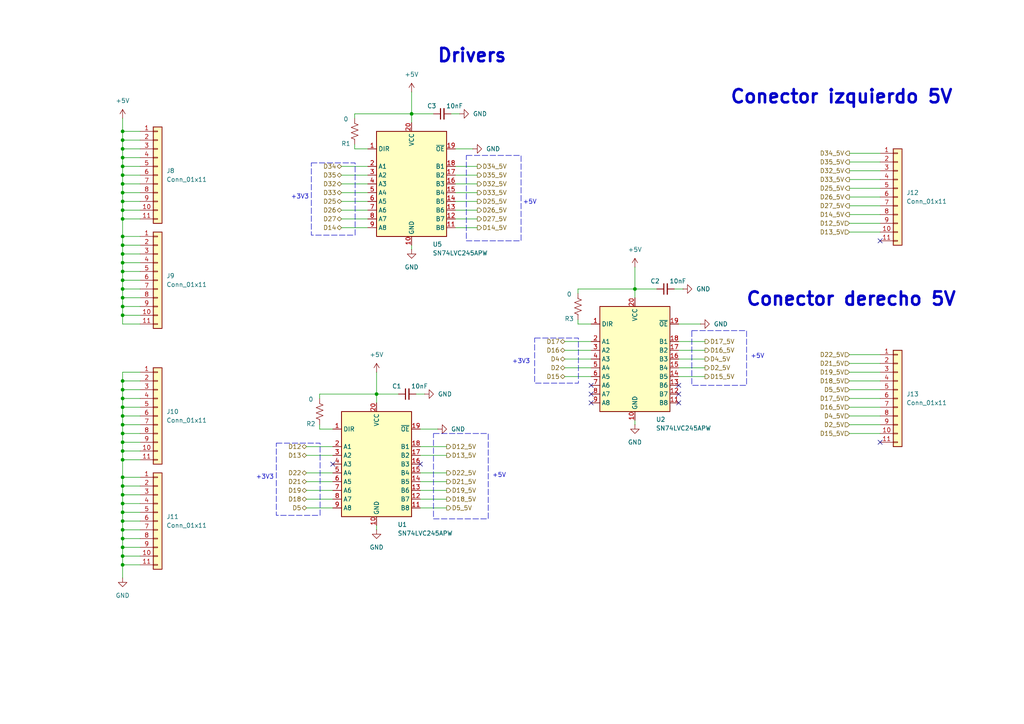
<source format=kicad_sch>
(kicad_sch (version 20250114) (generator "eeschema") (generator_version "9.0")
  (paper "A4")
  (lib_symbols
    (symbol "Connector_Generic:Conn_01x11" (pin_names (offset 1.016) (hide yes))
      (property "Reference" "J" (at 0 15.24 0))
      (property "Value" "Conn_01x11" (at 0 -15.24 0))
      (symbol "Conn_01x11_1_1"
        (rectangle (start -1.27 13.97) (end 1.27 -13.97) (stroke (width 0.254)) (fill (type background)))
        (rectangle (start -1.27 12.827) (end 0 12.573) (stroke (width 0.1524)))
        (rectangle (start -1.27 10.287) (end 0 10.033) (stroke (width 0.1524)))
        (rectangle (start -1.27 7.747) (end 0 7.493) (stroke (width 0.1524)))
        (rectangle (start -1.27 5.207) (end 0 4.953) (stroke (width 0.1524)))
        (rectangle (start -1.27 2.667) (end 0 2.413) (stroke (width 0.1524)))
        (rectangle (start -1.27 0.127) (end 0 -0.127) (stroke (width 0.1524)))
        (rectangle (start -1.27 -2.413) (end 0 -2.667) (stroke (width 0.1524)))
        (rectangle (start -1.27 -4.953) (end 0 -5.207) (stroke (width 0.1524)))
        (rectangle (start -1.27 -7.493) (end 0 -7.747) (stroke (width 0.1524)))
        (rectangle (start -1.27 -10.033) (end 0 -10.287) (stroke (width 0.1524)))
        (rectangle (start -1.27 -12.573) (end 0 -12.827) (stroke (width 0.1524)))
        (pin passive line (at -5.08 12.7 0) (length 3.81) (name "Pin_1") (number "1"))
        (pin passive line (at -5.08 10.16 0) (length 3.81) (name "Pin_2") (number "2"))
        (pin passive line (at -5.08 7.62 0) (length 3.81) (name "Pin_3") (number "3"))
        (pin passive line (at -5.08 5.08 0) (length 3.81) (name "Pin_4") (number "4"))
        (pin passive line (at -5.08 2.54 0) (length 3.81) (name "Pin_5") (number "5"))
        (pin passive line (at -5.08 0 0) (length 3.81) (name "Pin_6") (number "6"))
        (pin passive line (at -5.08 -2.54 0) (length 3.81) (name "Pin_7") (number "7"))
        (pin passive line (at -5.08 -5.08 0) (length 3.81) (name "Pin_8") (number "8"))
        (pin passive line (at -5.08 -7.62 0) (length 3.81) (name "Pin_9") (number "9"))
        (pin passive line (at -5.08 -10.16 0) (length 3.81) (name "Pin_10") (number "10"))
        (pin passive line (at -5.08 -12.7 0) (length 3.81) (name "Pin_11") (number "11"))
      )
    )
    (symbol "Device:C_Small" (pin_numbers (hide yes)) (pin_names (offset 0.254) (hide yes))
      (property "Reference" "C" (at 0.254 1.778 0))
      (property "Value" "C_Small" (at 0.254 -2.032 0))
      (symbol "C_Small_0_1"
        (polyline (pts (xy -1.524 0.508) (xy 1.524 0.508)) (stroke (width 0.3048)))
        (polyline (pts (xy -1.524 -0.508) (xy 1.524 -0.508)) (stroke (width 0.3302)))
      )
      (symbol "C_Small_1_1"
        (pin passive line (at 0 2.54 270) (length 2.032) (name "~") (number "1"))
        (pin passive line (at 0 -2.54 90) (length 2.032) (name "~") (number "2"))
      )
    )
    (symbol "Device:R_US" (pin_numbers (hide yes)) (pin_names (offset 0))
      (property "Reference" "R" (at 2.54 0 90))
      (property "Value" "R_US" (at -2.54 0 90))
      (symbol "R_US_0_1"
        (polyline (pts (xy 0 2.286) (xy 0 2.54)))
        (polyline (pts (xy 0 2.286) (xy 1.016 1.905) (xy 0 1.524) (xy -1.016 1.143) (xy 0 0.762)))
        (polyline (pts (xy 0 0.762) (xy 1.016 0.381) (xy 0 0) (xy -1.016 -0.381) (xy 0 -0.762)))
        (polyline (pts (xy 0 -0.762) (xy 1.016 -1.143) (xy 0 -1.524) (xy -1.016 -1.905) (xy 0 -2.286)))
        (polyline (pts (xy 0 -2.286) (xy 0 -2.54)))
      )
      (symbol "R_US_1_1"
        (pin passive line (at 0 3.81 270) (length 1.27) (name "~") (number "1"))
        (pin passive line (at 0 -3.81 90) (length 1.27) (name "~") (number "2"))
      )
    )
    (symbol "Logic_LevelTranslator:SN74LVC245APW"
      (property "Reference" "U" (at -10.16 17.78 0))
      (property "Value" "SN74LVC245APW" (at 10.16 17.78 0))
      (symbol "SN74LVC245APW_0_1"
        (rectangle (start -10.16 15.24) (end 10.16 -15.24) (stroke (width 0.254)) (fill (type background)))
      )
      (symbol "SN74LVC245APW_1_1"
        (pin input line (at -12.7 10.16 0) (length 2.54) (name "DIR") (number "1"))
        (pin bidirectional line (at -12.7 5.08 0) (length 2.54) (name "A1") (number "2"))
        (pin bidirectional line (at -12.7 2.54 0) (length 2.54) (name "A2") (number "3"))
        (pin bidirectional line (at -12.7 0 0) (length 2.54) (name "A3") (number "4"))
        (pin bidirectional line (at -12.7 -2.54 0) (length 2.54) (name "A4") (number "5"))
        (pin bidirectional line (at -12.7 -5.08 0) (length 2.54) (name "A5") (number "6"))
        (pin bidirectional line (at -12.7 -7.62 0) (length 2.54) (name "A6") (number "7"))
        (pin bidirectional line (at -12.7 -10.16 0) (length 2.54) (name "A7") (number "8"))
        (pin bidirectional line (at -12.7 -12.7 0) (length 2.54) (name "A8") (number "9"))
        (pin power_in line (at 0 17.78 270) (length 2.54) (name "VCC") (number "20"))
        (pin power_in line (at 0 -17.78 90) (length 2.54) (name "GND") (number "10"))
        (pin input line (at 12.7 10.16 180) (length 2.54) (name "~{OE}") (number "19"))
        (pin bidirectional line (at 12.7 5.08 180) (length 2.54) (name "B1") (number "18"))
        (pin bidirectional line (at 12.7 2.54 180) (length 2.54) (name "B2") (number "17"))
        (pin bidirectional line (at 12.7 0 180) (length 2.54) (name "B3") (number "16"))
        (pin bidirectional line (at 12.7 -2.54 180) (length 2.54) (name "B4") (number "15"))
        (pin bidirectional line (at 12.7 -5.08 180) (length 2.54) (name "B5") (number "14"))
        (pin bidirectional line (at 12.7 -7.62 180) (length 2.54) (name "B6") (number "13"))
        (pin bidirectional line (at 12.7 -10.16 180) (length 2.54) (name "B7") (number "12"))
        (pin bidirectional line (at 12.7 -12.7 180) (length 2.54) (name "B8") (number "11"))
      )
    )
    (symbol "power:+5V" (power) (pin_numbers (hide yes)) (pin_names (offset 0) (hide yes))
      (property "Value" "+5V" (at 0 3.556 0))
      (symbol "+5V_0_1"
        (polyline (pts (xy -0.762 1.27) (xy 0 2.54)))
        (polyline (pts (xy 0 2.54) (xy 0.762 1.27)))
        (polyline (pts (xy 0 0) (xy 0 2.54)))
      )
      (symbol "+5V_1_1"
        (pin power_in line (at 0 0 90) (length 0) (name "~") (number "1"))
      )
    )
    (symbol "power:GND" (power) (pin_numbers (hide yes)) (pin_names (offset 0) (hide yes))
      (property "Value" "GND" (at 0 -3.81 0))
      (symbol "GND_0_1"
        (polyline (pts (xy 0 0) (xy 0 -1.27) (xy 1.27 -1.27) (xy 0 -2.54) (xy -1.27 -1.27) (xy 0 -1.27)))
      )
      (symbol "GND_1_1"
        (pin power_in line (at 0 0 270) (length 0) (name "~") (number "1"))
      )
    )
  )
  (rectangle (start 80.137 128.524) (end 92.837 149.479) (stroke (width 0) (type dash)))
  (rectangle (start 200.66 95.885) (end 216.535 111.76) (stroke (width 0) (type dash)))
  (rectangle (start 135.255 45.085) (end 151.13 69.85) (stroke (width 0) (type dash)))
  (rectangle (start 155.067 98.044) (end 167.767 111.125) (stroke (width 0) (type dash)))
  (rectangle (start 125.73 125.73) (end 141.605 150.495) (stroke (width 0) (type dash)))
  (rectangle (start 90.297 47.244) (end 102.997 68.199) (stroke (width 0) (type dash)))
  (text "Conector izquierdo 5V" (at 244.094 28.194 0) (effects (font (size 3.81 3.81) (thickness 0.762) (bold yes))))
  (text "+5V" (at 153.67 58.674 0) (effects (font (size 1.27 1.27))))
  (text "+3V3" (at 76.835 138.43 0) (effects (font (size 1.27 1.27))))
  (text "Conector derecho 5V" (at 246.888 86.868 0) (effects (font (size 3.81 3.81) (thickness 0.762) (bold yes))))
  (text "+5V" (at 144.78 137.922 0) (effects (font (size 1.27 1.27))))
  (text "+3V3" (at 86.995 57.15 0) (effects (font (size 1.27 1.27))))
  (text "Drivers" (at 136.906 16.256 0) (effects (font (size 3.81 3.81) (thickness 0.762) (bold yes))))
  (text "+3V3" (at 151.13 104.902 0) (effects (font (size 1.27 1.27))))
  (text "+5V" (at 219.71 103.378 0) (effects (font (size 1.27 1.27))))
  (junction (at 35.56 50.8))
  (junction (at 35.56 151.13))
  (junction (at 35.56 78.74))
  (junction (at 35.56 146.05))
  (junction (at 35.56 53.34))
  (junction (at 35.56 110.49))
  (junction (at 35.56 123.19))
  (junction (at 35.56 76.2))
  (junction (at 35.56 40.64))
  (junction (at 35.56 60.96))
  (junction (at 35.56 38.1))
  (junction (at 35.56 63.5))
  (junction (at 35.56 138.43))
  (junction (at 35.56 128.27))
  (junction (at 35.56 161.29))
  (junction (at 35.56 143.51))
  (junction (at 35.56 153.67))
  (junction (at 35.56 88.9))
  (junction (at 35.56 158.75))
  (junction (at 35.56 115.57))
  (junction (at 35.56 68.58))
  (junction (at 35.56 118.11))
  (junction (at 35.56 55.88))
  (junction (at 35.56 148.59))
  (junction (at 119.38 33.02))
  (junction (at 109.22 114.3))
  (junction (at 35.56 81.28))
  (junction (at 35.56 133.35))
  (junction (at 35.56 86.36))
  (junction (at 35.56 45.72))
  (junction (at 35.56 156.21))
  (junction (at 35.56 130.81))
  (junction (at 35.56 71.12))
  (junction (at 35.56 113.03))
  (junction (at 35.56 120.65))
  (junction (at 35.56 91.44))
  (junction (at 35.56 73.66))
  (junction (at 35.56 48.26))
  (junction (at 35.56 43.18))
  (junction (at 184.15 83.82))
  (junction (at 35.56 83.82))
  (junction (at 35.56 163.83))
  (junction (at 35.56 140.97))
  (junction (at 35.56 58.42))
  (junction (at 35.56 125.73))
  (no_connect (at 196.85 111.76))
  (no_connect (at 96.52 134.62))
  (no_connect (at 196.85 114.3))
  (no_connect (at 171.45 114.3))
  (no_connect (at 171.45 111.76))
  (no_connect (at 255.27 128.27))
  (no_connect (at 121.92 134.62))
  (no_connect (at 255.27 69.85))
  (no_connect (at 196.85 116.84))
  (no_connect (at 171.45 116.84))
  (wire (pts (xy 171.45 106.68) (xy 163.83 106.68)))
  (wire (pts (xy 184.15 83.82) (xy 190.5 83.82)))
  (wire (pts (xy 35.56 71.12) (xy 35.56 68.58)))
  (wire (pts (xy 246.38 115.57) (xy 255.27 115.57)))
  (wire (pts (xy 35.56 83.82) (xy 35.56 81.28)))
  (wire (pts (xy 35.56 161.29) (xy 40.64 161.29)))
  (wire (pts (xy 35.56 113.03) (xy 35.56 115.57)))
  (wire (pts (xy 35.56 130.81) (xy 35.56 133.35)))
  (wire (pts (xy 35.56 107.95) (xy 40.64 107.95)))
  (wire (pts (xy 92.71 123.19) (xy 92.71 124.46)))
  (wire (pts (xy 35.56 110.49) (xy 35.56 113.03)))
  (wire (pts (xy 35.56 161.29) (xy 35.56 163.83)))
  (wire (pts (xy 35.56 107.95) (xy 35.56 110.49)))
  (wire (pts (xy 88.9 139.7) (xy 96.52 139.7)))
  (wire (pts (xy 132.08 43.18) (xy 137.16 43.18)))
  (wire (pts (xy 109.22 114.3) (xy 109.22 116.84)))
  (wire (pts (xy 35.56 88.9) (xy 35.56 86.36)))
  (wire (pts (xy 40.64 81.28) (xy 35.56 81.28)))
  (wire (pts (xy 167.64 92.71) (xy 167.64 93.98)))
  (wire (pts (xy 35.56 120.65) (xy 35.56 123.19)))
  (wire (pts (xy 138.43 60.96) (xy 132.08 60.96)))
  (wire (pts (xy 129.54 144.78) (xy 121.92 144.78)))
  (wire (pts (xy 106.68 43.18) (xy 102.87 43.18)))
  (wire (pts (xy 171.45 109.22) (xy 163.83 109.22)))
  (wire (pts (xy 109.22 107.95) (xy 109.22 114.3)))
  (wire (pts (xy 35.56 118.11) (xy 35.56 120.65)))
  (wire (pts (xy 35.56 148.59) (xy 40.64 148.59)))
  (wire (pts (xy 196.85 93.98) (xy 203.2 93.98)))
  (wire (pts (xy 35.56 156.21) (xy 35.56 158.75)))
  (wire (pts (xy 40.64 63.5) (xy 35.56 63.5)))
  (wire (pts (xy 35.56 86.36) (xy 35.56 83.82)))
  (wire (pts (xy 35.56 53.34) (xy 35.56 50.8)))
  (wire (pts (xy 102.87 41.91) (xy 102.87 43.18)))
  (wire (pts (xy 171.45 104.14) (xy 163.83 104.14)))
  (wire (pts (xy 246.38 59.69) (xy 255.27 59.69)))
  (wire (pts (xy 35.56 120.65) (xy 40.64 120.65)))
  (wire (pts (xy 102.87 33.02) (xy 119.38 33.02)))
  (wire (pts (xy 35.56 45.72) (xy 35.56 43.18)))
  (wire (pts (xy 35.56 38.1) (xy 35.56 34.29)))
  (wire (pts (xy 92.71 114.3) (xy 109.22 114.3)))
  (wire (pts (xy 35.56 156.21) (xy 40.64 156.21)))
  (wire (pts (xy 40.64 88.9) (xy 35.56 88.9)))
  (wire (pts (xy 119.38 26.67) (xy 119.38 33.02)))
  (wire (pts (xy 40.64 43.18) (xy 35.56 43.18)))
  (wire (pts (xy 106.68 50.8) (xy 99.06 50.8)))
  (wire (pts (xy 119.38 33.02) (xy 119.38 35.56)))
  (wire (pts (xy 184.15 77.47) (xy 184.15 83.82)))
  (wire (pts (xy 35.56 143.51) (xy 40.64 143.51)))
  (wire (pts (xy 246.38 46.99) (xy 255.27 46.99)))
  (wire (pts (xy 35.56 58.42) (xy 35.56 55.88)))
  (wire (pts (xy 129.54 139.7) (xy 121.92 139.7)))
  (wire (pts (xy 35.56 158.75) (xy 40.64 158.75)))
  (wire (pts (xy 138.43 48.26) (xy 132.08 48.26)))
  (wire (pts (xy 121.92 124.46) (xy 127 124.46)))
  (wire (pts (xy 102.87 33.02) (xy 102.87 34.29)))
  (wire (pts (xy 184.15 83.82) (xy 184.15 86.36)))
  (wire (pts (xy 35.56 93.98) (xy 35.56 91.44)))
  (wire (pts (xy 167.64 83.82) (xy 184.15 83.82)))
  (wire (pts (xy 35.56 153.67) (xy 35.56 156.21)))
  (wire (pts (xy 106.68 63.5) (xy 99.06 63.5)))
  (wire (pts (xy 246.38 62.23) (xy 255.27 62.23)))
  (wire (pts (xy 40.64 91.44) (xy 35.56 91.44)))
  (wire (pts (xy 35.56 125.73) (xy 35.56 128.27)))
  (wire (pts (xy 96.52 132.08) (xy 88.9 132.08)))
  (wire (pts (xy 96.52 129.54) (xy 88.9 129.54)))
  (wire (pts (xy 35.56 128.27) (xy 35.56 130.81)))
  (wire (pts (xy 35.56 146.05) (xy 35.56 148.59)))
  (wire (pts (xy 171.45 93.98) (xy 167.64 93.98)))
  (wire (pts (xy 246.38 64.77) (xy 255.27 64.77)))
  (wire (pts (xy 35.56 140.97) (xy 40.64 140.97)))
  (wire (pts (xy 40.64 71.12) (xy 35.56 71.12)))
  (wire (pts (xy 96.52 124.46) (xy 92.71 124.46)))
  (wire (pts (xy 246.38 57.15) (xy 255.27 57.15)))
  (wire (pts (xy 121.92 132.08) (xy 129.54 132.08)))
  (wire (pts (xy 40.64 38.1) (xy 35.56 38.1)))
  (wire (pts (xy 35.56 60.96) (xy 35.56 58.42)))
  (wire (pts (xy 35.56 113.03) (xy 40.64 113.03)))
  (wire (pts (xy 35.56 140.97) (xy 35.56 143.51)))
  (wire (pts (xy 35.56 43.18) (xy 35.56 40.64)))
  (wire (pts (xy 35.56 91.44) (xy 35.56 88.9)))
  (wire (pts (xy 35.56 115.57) (xy 40.64 115.57)))
  (wire (pts (xy 40.64 83.82) (xy 35.56 83.82)))
  (wire (pts (xy 35.56 133.35) (xy 35.56 138.43)))
  (wire (pts (xy 119.38 72.39) (xy 119.38 71.12)))
  (wire (pts (xy 35.56 73.66) (xy 35.56 71.12)))
  (wire (pts (xy 171.45 99.06) (xy 163.83 99.06)))
  (wire (pts (xy 40.64 76.2) (xy 35.56 76.2)))
  (wire (pts (xy 167.64 83.82) (xy 167.64 85.09)))
  (wire (pts (xy 35.56 50.8) (xy 35.56 48.26)))
  (wire (pts (xy 196.85 109.22) (xy 204.47 109.22)))
  (wire (pts (xy 119.38 33.02) (xy 125.73 33.02)))
  (wire (pts (xy 129.54 142.24) (xy 121.92 142.24)))
  (wire (pts (xy 35.56 133.35) (xy 40.64 133.35)))
  (wire (pts (xy 35.56 76.2) (xy 35.56 73.66)))
  (wire (pts (xy 35.56 48.26) (xy 35.56 45.72)))
  (wire (pts (xy 246.38 102.87) (xy 255.27 102.87)))
  (wire (pts (xy 35.56 123.19) (xy 40.64 123.19)))
  (wire (pts (xy 40.64 55.88) (xy 35.56 55.88)))
  (wire (pts (xy 35.56 163.83) (xy 40.64 163.83)))
  (wire (pts (xy 35.56 153.67) (xy 40.64 153.67)))
  (wire (pts (xy 35.56 143.51) (xy 35.56 146.05)))
  (wire (pts (xy 35.56 146.05) (xy 40.64 146.05)))
  (wire (pts (xy 40.64 60.96) (xy 35.56 60.96)))
  (wire (pts (xy 246.38 110.49) (xy 255.27 110.49)))
  (wire (pts (xy 35.56 138.43) (xy 35.56 140.97)))
  (wire (pts (xy 35.56 81.28) (xy 35.56 78.74)))
  (wire (pts (xy 246.38 54.61) (xy 255.27 54.61)))
  (wire (pts (xy 40.64 93.98) (xy 35.56 93.98)))
  (wire (pts (xy 88.9 147.32) (xy 96.52 147.32)))
  (wire (pts (xy 138.43 50.8) (xy 132.08 50.8)))
  (wire (pts (xy 196.85 104.14) (xy 204.47 104.14)))
  (wire (pts (xy 129.54 147.32) (xy 121.92 147.32)))
  (wire (pts (xy 35.56 128.27) (xy 40.64 128.27)))
  (wire (pts (xy 35.56 115.57) (xy 35.56 118.11)))
  (wire (pts (xy 35.56 138.43) (xy 40.64 138.43)))
  (wire (pts (xy 246.38 123.19) (xy 255.27 123.19)))
  (wire (pts (xy 246.38 120.65) (xy 255.27 120.65)))
  (wire (pts (xy 35.56 148.59) (xy 35.56 151.13)))
  (wire (pts (xy 40.64 40.64) (xy 35.56 40.64)))
  (wire (pts (xy 138.43 63.5) (xy 132.08 63.5)))
  (wire (pts (xy 138.43 53.34) (xy 132.08 53.34)))
  (wire (pts (xy 106.68 66.04) (xy 99.06 66.04)))
  (wire (pts (xy 88.9 137.16) (xy 96.52 137.16)))
  (wire (pts (xy 106.68 55.88) (xy 99.06 55.88)))
  (wire (pts (xy 246.38 125.73) (xy 255.27 125.73)))
  (wire (pts (xy 35.56 55.88) (xy 35.56 53.34)))
  (wire (pts (xy 184.15 123.19) (xy 184.15 121.92)))
  (wire (pts (xy 246.38 118.11) (xy 255.27 118.11)))
  (wire (pts (xy 109.22 114.3) (xy 115.57 114.3)))
  (wire (pts (xy 92.71 114.3) (xy 92.71 115.57)))
  (wire (pts (xy 121.92 129.54) (xy 129.54 129.54)))
  (wire (pts (xy 40.64 73.66) (xy 35.56 73.66)))
  (wire (pts (xy 196.85 99.06) (xy 204.47 99.06)))
  (wire (pts (xy 35.56 151.13) (xy 35.56 153.67)))
  (wire (pts (xy 246.38 107.95) (xy 255.27 107.95)))
  (wire (pts (xy 138.43 66.04) (xy 132.08 66.04)))
  (wire (pts (xy 35.56 68.58) (xy 35.56 63.5)))
  (wire (pts (xy 88.9 142.24) (xy 96.52 142.24)))
  (wire (pts (xy 88.9 144.78) (xy 96.52 144.78)))
  (wire (pts (xy 246.38 67.31) (xy 255.27 67.31)))
  (wire (pts (xy 106.68 58.42) (xy 99.06 58.42)))
  (wire (pts (xy 109.22 153.67) (xy 109.22 152.4)))
  (wire (pts (xy 35.56 151.13) (xy 40.64 151.13)))
  (wire (pts (xy 196.85 106.68) (xy 204.47 106.68)))
  (wire (pts (xy 246.38 49.53) (xy 255.27 49.53)))
  (wire (pts (xy 35.56 130.81) (xy 40.64 130.81)))
  (wire (pts (xy 198.12 83.82) (xy 195.58 83.82)))
  (wire (pts (xy 35.56 118.11) (xy 40.64 118.11)))
  (wire (pts (xy 35.56 163.83) (xy 35.56 167.64)))
  (wire (pts (xy 129.54 137.16) (xy 121.92 137.16)))
  (wire (pts (xy 171.45 101.6) (xy 163.83 101.6)))
  (wire (pts (xy 35.56 158.75) (xy 35.56 161.29)))
  (wire (pts (xy 40.64 86.36) (xy 35.56 86.36)))
  (wire (pts (xy 138.43 55.88) (xy 132.08 55.88)))
  (wire (pts (xy 35.56 125.73) (xy 40.64 125.73)))
  (wire (pts (xy 40.64 53.34) (xy 35.56 53.34)))
  (wire (pts (xy 35.56 40.64) (xy 35.56 38.1)))
  (wire (pts (xy 196.85 101.6) (xy 204.47 101.6)))
  (wire (pts (xy 40.64 48.26) (xy 35.56 48.26)))
  (wire (pts (xy 40.64 68.58) (xy 35.56 68.58)))
  (wire (pts (xy 123.19 114.3) (xy 120.65 114.3)))
  (wire (pts (xy 35.56 123.19) (xy 35.56 125.73)))
  (wire (pts (xy 106.68 48.26) (xy 99.06 48.26)))
  (wire (pts (xy 40.64 58.42) (xy 35.56 58.42)))
  (wire (pts (xy 40.64 78.74) (xy 35.56 78.74)))
  (wire (pts (xy 106.68 60.96) (xy 99.06 60.96)))
  (wire (pts (xy 246.38 52.07) (xy 255.27 52.07)))
  (wire (pts (xy 35.56 78.74) (xy 35.56 76.2)))
  (wire (pts (xy 246.38 113.03) (xy 255.27 113.03)))
  (wire (pts (xy 40.64 50.8) (xy 35.56 50.8)))
  (wire (pts (xy 133.35 33.02) (xy 130.81 33.02)))
  (wire (pts (xy 246.38 44.45) (xy 255.27 44.45)))
  (wire (pts (xy 40.64 45.72) (xy 35.56 45.72)))
  (wire (pts (xy 138.43 58.42) (xy 132.08 58.42)))
  (wire (pts (xy 106.68 53.34) (xy 99.06 53.34)))
  (wire (pts (xy 35.56 63.5) (xy 35.56 60.96)))
  (wire (pts (xy 35.56 110.49) (xy 40.64 110.49)))
  (wire (pts (xy 246.38 105.41) (xy 255.27 105.41)))
  (hierarchical_label "D22_5V" (shape input) (at 246.38 102.87 180))
  (hierarchical_label "D5" (shape bidirectional) (at 88.9 147.32 180))
  (hierarchical_label "D19" (shape bidirectional) (at 88.9 142.24 180))
  (hierarchical_label "D18_5V" (shape output) (at 129.54 144.78 0))
  (hierarchical_label "D17_5V" (shape input) (at 246.38 115.57 180))
  (hierarchical_label "D12_5V" (shape output) (at 129.54 129.54 0))
  (hierarchical_label "D16_5V" (shape output) (at 204.47 101.6 0))
  (hierarchical_label "D35_5V" (shape output) (at 246.38 46.99 180))
  (hierarchical_label "D5_5V" (shape input) (at 246.38 113.03 180))
  (hierarchical_label "D32_5V" (shape output) (at 138.43 53.34 0))
  (hierarchical_label "D34_5V" (shape output) (at 246.38 44.45 180))
  (hierarchical_label "D14_5V" (shape output) (at 246.38 62.23 180))
  (hierarchical_label "D12" (shape bidirectional) (at 88.9 129.54 180))
  (hierarchical_label "D27_5V" (shape output) (at 246.38 59.69 180))
  (hierarchical_label "D17_5V" (shape output) (at 204.47 99.06 0))
  (hierarchical_label "D34" (shape bidirectional) (at 99.06 48.26 180))
  (hierarchical_label "D33_5V" (shape output) (at 246.38 52.07 180))
  (hierarchical_label "D26_5V" (shape output) (at 138.43 60.96 0))
  (hierarchical_label "D34_5V" (shape output) (at 138.43 48.26 0))
  (hierarchical_label "D21" (shape bidirectional) (at 88.9 139.7 180))
  (hierarchical_label "D13_5V" (shape input) (at 246.38 67.31 180))
  (hierarchical_label "D25_5V" (shape output) (at 246.38 54.61 180))
  (hierarchical_label "D32_5V" (shape output) (at 246.38 49.53 180))
  (hierarchical_label "D16_5V" (shape input) (at 246.38 118.11 180))
  (hierarchical_label "D35_5V" (shape output) (at 138.43 50.8 0))
  (hierarchical_label "D17" (shape bidirectional) (at 163.83 99.06 180))
  (hierarchical_label "D15" (shape bidirectional) (at 163.83 109.22 180))
  (hierarchical_label "D2_5V" (shape output) (at 204.47 106.68 0))
  (hierarchical_label "D33" (shape bidirectional) (at 99.06 55.88 180))
  (hierarchical_label "D21_5V" (shape input) (at 246.38 105.41 180))
  (hierarchical_label "D27" (shape bidirectional) (at 99.06 63.5 180))
  (hierarchical_label "D4" (shape bidirectional) (at 163.83 104.14 180))
  (hierarchical_label "D26" (shape bidirectional) (at 99.06 60.96 180))
  (hierarchical_label "D5_5V" (shape output) (at 129.54 147.32 0))
  (hierarchical_label "D15_5V" (shape input) (at 246.38 125.73 180))
  (hierarchical_label "D12_5V" (shape input) (at 246.38 64.77 180))
  (hierarchical_label "D16" (shape bidirectional) (at 163.83 101.6 180))
  (hierarchical_label "D13_5V" (shape output) (at 129.54 132.08 0))
  (hierarchical_label "D13" (shape bidirectional) (at 88.9 132.08 180))
  (hierarchical_label "D25_5V" (shape output) (at 138.43 58.42 0))
  (hierarchical_label "D2" (shape bidirectional) (at 163.83 106.68 180))
  (hierarchical_label "D22" (shape bidirectional) (at 88.9 137.16 180))
  (hierarchical_label "D25" (shape bidirectional) (at 99.06 58.42 180))
  (hierarchical_label "D21_5V" (shape output) (at 129.54 139.7 0))
  (hierarchical_label "D15_5V" (shape output) (at 204.47 109.22 0))
  (hierarchical_label "D19_5V" (shape input) (at 246.38 107.95 180))
  (hierarchical_label "D33_5V" (shape output) (at 138.43 55.88 0))
  (hierarchical_label "D4_5V" (shape input) (at 246.38 120.65 180))
  (hierarchical_label "D4_5V" (shape output) (at 204.47 104.14 0))
  (hierarchical_label "D19_5V" (shape output) (at 129.54 142.24 0))
  (hierarchical_label "D18" (shape bidirectional) (at 88.9 144.78 180))
  (hierarchical_label "D26_5V" (shape output) (at 246.38 57.15 180))
  (hierarchical_label "D14" (shape bidirectional) (at 99.06 66.04 180))
  (hierarchical_label "D22_5V" (shape output) (at 129.54 137.16 0))
  (hierarchical_label "D18_5V" (shape input) (at 246.38 110.49 180))
  (hierarchical_label "D35" (shape bidirectional) (at 99.06 50.8 180))
  (hierarchical_label "D2_5V" (shape input) (at 246.38 123.19 180))
  (hierarchical_label "D27_5V" (shape output) (at 138.43 63.5 0))
  (hierarchical_label "D32" (shape bidirectional) (at 99.06 53.34 180))
  (hierarchical_label "D14_5V" (shape output) (at 138.43 66.04 0))
  (symbol (lib_id "power:GND") (at 119.38 72.39 0) (unit 1)
    (property "Reference" "#PWR08" (effects (hide yes)))
    (property "Value" "GND" (at 119.38 77.47 0))
    (property "Description" "Power symbol creates a global label with name \"GND\" , ground" (effects (hide yes)))
  )
  (symbol (lib_id "Device:R_US") (at 167.64 88.9 180) (unit 1)
    (property "Reference" "R3" (at 165.1 92.456 0))
    (property "Value" "0" (at 165.1 85.344 0))
    (property "Footprint" "Resistor_SMD:R_0402_1005Metric" (effects (hide yes)))
    (property "Description" "Resistor, US symbol" (effects (hide yes)))
  )
  (symbol (lib_id "power:GND") (at 127 124.46 90) (unit 1)
    (property "Reference" "#PWR012" (effects (hide yes)))
    (property "Value" "GND" (at 130.81 124.4599 90) (effects (justify right)))
    (property "Description" "Power symbol creates a global label with name \"GND\" , ground" (effects (hide yes)))
  )
  (symbol (lib_id "power:GND") (at 198.12 83.82 90) (unit 1)
    (property "Reference" "#PWR015" (effects (hide yes)))
    (property "Value" "GND" (at 201.93 83.8199 90) (effects (justify right)))
    (property "Description" "Power symbol creates a global label with name \"GND\" , ground" (effects (hide yes)))
  )
  (symbol (lib_id "power:GND") (at 35.56 167.64 0) (unit 1)
    (property "Reference" "#PWR07" (effects (hide yes)))
    (property "Value" "GND" (at 35.56 172.72 0))
    (property "Description" "Power symbol creates a global label with name \"GND\" , ground" (effects (hide yes)))
  )
  (symbol (lib_id "power:GND") (at 109.22 153.67 0) (unit 1)
    (property "Reference" "#PWR010" (effects (hide yes)))
    (property "Value" "GND" (at 109.22 158.75 0))
    (property "Description" "Power symbol creates a global label with name \"GND\" , ground" (effects (hide yes)))
  )
  (symbol (lib_id "Logic_LevelTranslator:SN74LVC245APW") (at 119.38 53.34 0) (unit 1)
    (property "Reference" "U5" (at 125.476 70.866 0) (effects (justify left)))
    (property "Value" "SN74LVC245APW" (at 125.476 73.406 0) (effects (justify left)))
    (property "Footprint" "Package_SO:TSSOP-20_4.4x6.5mm_P0.65mm" (effects (hide yes)))
    (property "Datasheet" "https://www.ti.com/lit/ds/scas218x/scas218x.pdf" (effects (hide yes)))
    (property "Description" "8-Bit Single-Supply Bus Transceiver With 5V tolerant input voltage and 3-State Outputs 24mA, TSSOP-20" (effects (hide yes)))
  )
  (symbol (lib_id "Device:C_Small") (at 193.04 83.82 90) (unit 1)
    (property "Reference" "C2" (at 189.992 81.534 90))
    (property "Value" "10nF" (at 196.596 81.534 90))
    (property "Footprint" "Capacitor_SMD:C_0402_1005Metric" (effects (hide yes)))
    (property "Description" "Unpolarized capacitor, small symbol" (effects (hide yes)))
  )
  (symbol (lib_id "power:GND") (at 123.19 114.3 90) (unit 1)
    (property "Reference" "#PWR011" (effects (hide yes)))
    (property "Value" "GND" (at 127 114.2999 90) (effects (justify right)))
    (property "Description" "Power symbol creates a global label with name \"GND\" , ground" (effects (hide yes)))
  )
  (symbol (lib_id "power:GND") (at 184.15 123.19 0) (unit 1)
    (property "Reference" "#PWR014" (effects (hide yes)))
    (property "Value" "GND" (at 184.15 128.27 0))
    (property "Description" "Power symbol creates a global label with name \"GND\" , ground" (effects (hide yes)))
  )
  (symbol (lib_id "power:+5V") (at 109.22 107.95 0) (unit 1)
    (property "Reference" "#PWR09" (effects (hide yes)))
    (property "Value" "+5V" (at 109.22 102.87 0))
    (property "Description" "Power symbol creates a global label with name \"+5V\"" (effects (hide yes)))
  )
  (symbol (lib_id "power:GND") (at 137.16 43.18 90) (unit 1)
    (property "Reference" "#PWR035" (effects (hide yes)))
    (property "Value" "GND" (at 140.97 43.1799 90) (effects (justify right)))
    (property "Description" "Power symbol creates a global label with name \"GND\" , ground" (effects (hide yes)))
  )
  (symbol (lib_id "power:+5V") (at 119.38 26.67 0) (unit 1)
    (property "Reference" "#PWR036" (effects (hide yes)))
    (property "Value" "+5V" (at 119.38 21.59 0))
    (property "Description" "Power symbol creates a global label with name \"+5V\"" (effects (hide yes)))
  )
  (symbol (lib_id "power:+5V") (at 184.15 77.47 0) (unit 1)
    (property "Reference" "#PWR013" (effects (hide yes)))
    (property "Value" "+5V" (at 184.15 72.39 0))
    (property "Description" "Power symbol creates a global label with name \"+5V\"" (effects (hide yes)))
  )
  (symbol (lib_id "Device:C_Small") (at 128.27 33.02 90) (unit 1)
    (property "Reference" "C3" (at 125.222 30.734 90))
    (property "Value" "10nF" (at 131.826 30.734 90))
    (property "Footprint" "Capacitor_SMD:C_0402_1005Metric" (effects (hide yes)))
    (property "Description" "Unpolarized capacitor, small symbol" (effects (hide yes)))
  )
  (symbol (lib_id "Connector_Generic:Conn_01x11") (at 45.72 151.13 0) (unit 1)
    (property "Reference" "J11" (at 48.26 149.8599 0) (effects (justify left)))
    (property "Value" "Conn_01x11" (at 48.26 152.3999 0) (effects (justify left)))
    (property "Footprint" "Connector_PinHeader_2.54mm:PinHeader_1x11_P2.54mm_Vertical" (effects (hide yes)))
    (property "Description" "Generic connector, single row, 01x11, script generated (kicad-library-utils/schlib/autogen/connector/)" (effects (hide yes)))
  )
  (symbol (lib_id "Connector_Generic:Conn_01x11") (at 260.35 57.15 0) (unit 1)
    (property "Reference" "J12" (at 262.89 55.8799 0) (effects (justify left)))
    (property "Value" "Conn_01x11" (at 262.89 58.4199 0) (effects (justify left)))
    (property "Footprint" "Connector_PinHeader_2.54mm:PinHeader_1x11_P2.54mm_Vertical" (effects (hide yes)))
    (property "Description" "Generic connector, single row, 01x11, script generated (kicad-library-utils/schlib/autogen/connector/)" (effects (hide yes)))
  )
  (symbol (lib_id "Logic_LevelTranslator:SN74LVC245APW") (at 184.15 104.14 0) (unit 1)
    (property "Reference" "U2" (at 190.246 121.666 0) (effects (justify left)))
    (property "Value" "SN74LVC245APW" (at 190.246 124.206 0) (effects (justify left)))
    (property "Footprint" "Package_SO:TSSOP-20_4.4x6.5mm_P0.65mm" (effects (hide yes)))
    (property "Datasheet" "https://www.ti.com/lit/ds/scas218x/scas218x.pdf" (effects (hide yes)))
    (property "Description" "8-Bit Single-Supply Bus Transceiver With 5V tolerant input voltage and 3-State Outputs 24mA, TSSOP-20" (effects (hide yes)))
  )
  (symbol (lib_id "power:+5V") (at 35.56 34.29 0) (unit 1)
    (property "Reference" "#PWR06" (effects (hide yes)))
    (property "Value" "+5V" (at 35.56 29.21 0))
    (property "Description" "Power symbol creates a global label with name \"+5V\"" (effects (hide yes)))
  )
  (symbol (lib_id "Connector_Generic:Conn_01x11") (at 45.72 50.8 0) (unit 1)
    (property "Reference" "J8" (at 48.26 49.5299 0) (effects (justify left)))
    (property "Value" "Conn_01x11" (at 48.26 52.0699 0) (effects (justify left)))
    (property "Footprint" "Connector_PinHeader_2.54mm:PinHeader_1x11_P2.54mm_Vertical" (effects (hide yes)))
    (property "Description" "Generic connector, single row, 01x11, script generated (kicad-library-utils/schlib/autogen/connector/)" (effects (hide yes)))
  )
  (symbol (lib_id "Logic_LevelTranslator:SN74LVC245APW") (at 109.22 134.62 0) (unit 1)
    (property "Reference" "U1" (at 115.316 152.146 0) (effects (justify left)))
    (property "Value" "SN74LVC245APW" (at 115.316 154.686 0) (effects (justify left)))
    (property "Footprint" "Package_SO:TSSOP-20_4.4x6.5mm_P0.65mm" (effects (hide yes)))
    (property "Datasheet" "https://www.ti.com/lit/ds/scas218x/scas218x.pdf" (effects (hide yes)))
    (property "Description" "8-Bit Single-Supply Bus Transceiver With 5V tolerant input voltage and 3-State Outputs 24mA, TSSOP-20" (effects (hide yes)))
  )
  (symbol (lib_id "Connector_Generic:Conn_01x11") (at 45.72 120.65 0) (unit 1)
    (property "Reference" "J10" (at 48.26 119.3799 0) (effects (justify left)))
    (property "Value" "Conn_01x11" (at 48.26 121.9199 0) (effects (justify left)))
    (property "Footprint" "Connector_PinHeader_2.54mm:PinHeader_1x11_P2.54mm_Vertical" (effects (hide yes)))
    (property "Description" "Generic connector, single row, 01x11, script generated (kicad-library-utils/schlib/autogen/connector/)" (effects (hide yes)))
  )
  (symbol (lib_id "Device:R_US") (at 102.87 38.1 180) (unit 1)
    (property "Reference" "R1" (at 100.33 41.656 0))
    (property "Value" "0" (at 100.33 34.544 0))
    (property "Footprint" "Resistor_SMD:R_0402_1005Metric" (effects (hide yes)))
    (property "Description" "Resistor, US symbol" (effects (hide yes)))
  )
  (symbol (lib_id "Device:C_Small") (at 118.11 114.3 90) (unit 1)
    (property "Reference" "C1" (at 115.062 112.014 90))
    (property "Value" "10nF" (at 121.666 112.014 90))
    (property "Footprint" "Capacitor_SMD:C_0402_1005Metric" (effects (hide yes)))
    (property "Description" "Unpolarized capacitor, small symbol" (effects (hide yes)))
  )
  (symbol (lib_id "power:GND") (at 203.2 93.98 90) (unit 1)
    (property "Reference" "#PWR016" (effects (hide yes)))
    (property "Value" "GND" (at 207.01 93.9799 90) (effects (justify right)))
    (property "Description" "Power symbol creates a global label with name \"GND\" , ground" (effects (hide yes)))
  )
  (symbol (lib_id "Device:R_US") (at 92.71 119.38 180) (unit 1)
    (property "Reference" "R2" (at 90.17 122.936 0))
    (property "Value" "0" (at 90.17 115.824 0))
    (property "Footprint" "Resistor_SMD:R_0402_1005Metric" (effects (hide yes)))
    (property "Description" "Resistor, US symbol" (effects (hide yes)))
  )
  (symbol (lib_id "power:GND") (at 133.35 33.02 90) (unit 1)
    (property "Reference" "#PWR018" (effects (hide yes)))
    (property "Value" "GND" (at 137.16 33.0199 90) (effects (justify right)))
    (property "Description" "Power symbol creates a global label with name \"GND\" , ground" (effects (hide yes)))
  )
  (symbol (lib_id "Connector_Generic:Conn_01x11") (at 45.72 81.28 0) (unit 1)
    (property "Reference" "J9" (at 48.26 80.0099 0) (effects (justify left)))
    (property "Value" "Conn_01x11" (at 48.26 82.5499 0) (effects (justify left)))
    (property "Footprint" "Connector_PinHeader_2.54mm:PinHeader_1x11_P2.54mm_Vertical" (effects (hide yes)))
    (property "Description" "Generic connector, single row, 01x11, script generated (kicad-library-utils/schlib/autogen/connector/)" (effects (hide yes)))
  )
  (symbol (lib_id "Connector_Generic:Conn_01x11") (at 260.35 115.57 0) (unit 1)
    (property "Reference" "J13" (at 262.89 114.2999 0) (effects (justify left)))
    (property "Value" "Conn_01x11" (at 262.89 116.8399 0) (effects (justify left)))
    (property "Footprint" "Connector_PinHeader_2.54mm:PinHeader_1x11_P2.54mm_Vertical" (effects (hide yes)))
    (property "Description" "Generic connector, single row, 01x11, script generated (kicad-library-utils/schlib/autogen/connector/)" (effects (hide yes)))
  )
)
</source>
